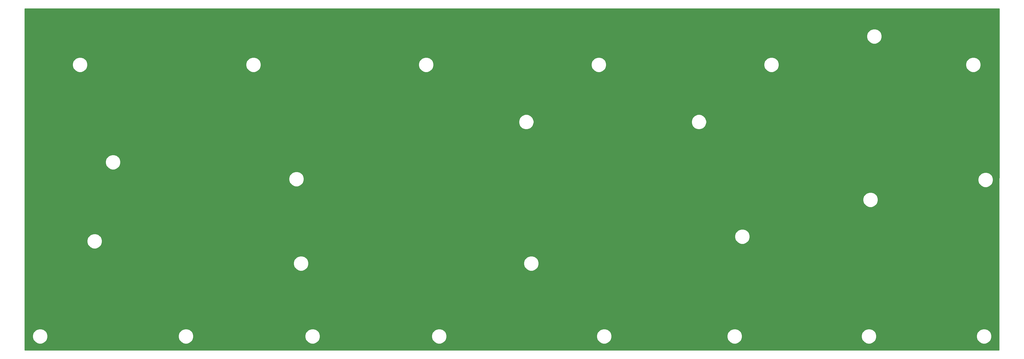
<source format=gbr>
%TF.GenerationSoftware,KiCad,Pcbnew,5.1.6+dfsg1-1~bpo10+1*%
%TF.CreationDate,2020-06-20T13:37:57-07:00*%
%TF.ProjectId,67keys-trackpoint_back_board,36376b65-7973-42d7-9472-61636b706f69,rev?*%
%TF.SameCoordinates,Original*%
%TF.FileFunction,Copper,L2,Bot*%
%TF.FilePolarity,Positive*%
%FSLAX46Y46*%
G04 Gerber Fmt 4.6, Leading zero omitted, Abs format (unit mm)*
G04 Created by KiCad (PCBNEW 5.1.6+dfsg1-1~bpo10+1) date 2020-06-20 13:37:57*
%MOMM*%
%LPD*%
G01*
G04 APERTURE LIST*
%TA.AperFunction,NonConductor*%
%ADD10C,0.254000*%
%TD*%
G04 APERTURE END LIST*
D10*
G36*
X355456724Y-164575000D02*
G01*
X33037000Y-164575000D01*
X33037000Y-159774067D01*
X35603000Y-159774067D01*
X35603000Y-160265933D01*
X35698958Y-160748348D01*
X35887187Y-161202773D01*
X36160453Y-161611745D01*
X36508255Y-161959547D01*
X36917227Y-162232813D01*
X37371652Y-162421042D01*
X37854067Y-162517000D01*
X38345933Y-162517000D01*
X38828348Y-162421042D01*
X39282773Y-162232813D01*
X39691745Y-161959547D01*
X40039547Y-161611745D01*
X40312813Y-161202773D01*
X40501042Y-160748348D01*
X40597000Y-160265933D01*
X40597000Y-159774067D01*
X83863000Y-159774067D01*
X83863000Y-160265933D01*
X83958958Y-160748348D01*
X84147187Y-161202773D01*
X84420453Y-161611745D01*
X84768255Y-161959547D01*
X85177227Y-162232813D01*
X85631652Y-162421042D01*
X86114067Y-162517000D01*
X86605933Y-162517000D01*
X87088348Y-162421042D01*
X87542773Y-162232813D01*
X87951745Y-161959547D01*
X88299547Y-161611745D01*
X88572813Y-161202773D01*
X88761042Y-160748348D01*
X88857000Y-160265933D01*
X88857000Y-159774067D01*
X125773000Y-159774067D01*
X125773000Y-160265933D01*
X125868958Y-160748348D01*
X126057187Y-161202773D01*
X126330453Y-161611745D01*
X126678255Y-161959547D01*
X127087227Y-162232813D01*
X127541652Y-162421042D01*
X128024067Y-162517000D01*
X128515933Y-162517000D01*
X128998348Y-162421042D01*
X129452773Y-162232813D01*
X129861745Y-161959547D01*
X130209547Y-161611745D01*
X130482813Y-161202773D01*
X130671042Y-160748348D01*
X130767000Y-160265933D01*
X130767000Y-159774067D01*
X167683000Y-159774067D01*
X167683000Y-160265933D01*
X167778958Y-160748348D01*
X167967187Y-161202773D01*
X168240453Y-161611745D01*
X168588255Y-161959547D01*
X168997227Y-162232813D01*
X169451652Y-162421042D01*
X169934067Y-162517000D01*
X170425933Y-162517000D01*
X170908348Y-162421042D01*
X171362773Y-162232813D01*
X171771745Y-161959547D01*
X172119547Y-161611745D01*
X172392813Y-161202773D01*
X172581042Y-160748348D01*
X172677000Y-160265933D01*
X172677000Y-159774067D01*
X222293000Y-159774067D01*
X222293000Y-160265933D01*
X222388958Y-160748348D01*
X222577187Y-161202773D01*
X222850453Y-161611745D01*
X223198255Y-161959547D01*
X223607227Y-162232813D01*
X224061652Y-162421042D01*
X224544067Y-162517000D01*
X225035933Y-162517000D01*
X225518348Y-162421042D01*
X225972773Y-162232813D01*
X226381745Y-161959547D01*
X226729547Y-161611745D01*
X227002813Y-161202773D01*
X227191042Y-160748348D01*
X227287000Y-160265933D01*
X227287000Y-159774067D01*
X265473000Y-159774067D01*
X265473000Y-160265933D01*
X265568958Y-160748348D01*
X265757187Y-161202773D01*
X266030453Y-161611745D01*
X266378255Y-161959547D01*
X266787227Y-162232813D01*
X267241652Y-162421042D01*
X267724067Y-162517000D01*
X268215933Y-162517000D01*
X268698348Y-162421042D01*
X269152773Y-162232813D01*
X269561745Y-161959547D01*
X269909547Y-161611745D01*
X270182813Y-161202773D01*
X270371042Y-160748348D01*
X270467000Y-160265933D01*
X270467000Y-159774067D01*
X309923000Y-159774067D01*
X309923000Y-160265933D01*
X310018958Y-160748348D01*
X310207187Y-161202773D01*
X310480453Y-161611745D01*
X310828255Y-161959547D01*
X311237227Y-162232813D01*
X311691652Y-162421042D01*
X312174067Y-162517000D01*
X312665933Y-162517000D01*
X313148348Y-162421042D01*
X313602773Y-162232813D01*
X314011745Y-161959547D01*
X314359547Y-161611745D01*
X314632813Y-161202773D01*
X314821042Y-160748348D01*
X314917000Y-160265933D01*
X314917000Y-159774067D01*
X348023000Y-159774067D01*
X348023000Y-160265933D01*
X348118958Y-160748348D01*
X348307187Y-161202773D01*
X348580453Y-161611745D01*
X348928255Y-161959547D01*
X349337227Y-162232813D01*
X349791652Y-162421042D01*
X350274067Y-162517000D01*
X350765933Y-162517000D01*
X351248348Y-162421042D01*
X351702773Y-162232813D01*
X352111745Y-161959547D01*
X352459547Y-161611745D01*
X352732813Y-161202773D01*
X352921042Y-160748348D01*
X353017000Y-160265933D01*
X353017000Y-159774067D01*
X352921042Y-159291652D01*
X352732813Y-158837227D01*
X352459547Y-158428255D01*
X352111745Y-158080453D01*
X351702773Y-157807187D01*
X351248348Y-157618958D01*
X350765933Y-157523000D01*
X350274067Y-157523000D01*
X349791652Y-157618958D01*
X349337227Y-157807187D01*
X348928255Y-158080453D01*
X348580453Y-158428255D01*
X348307187Y-158837227D01*
X348118958Y-159291652D01*
X348023000Y-159774067D01*
X314917000Y-159774067D01*
X314821042Y-159291652D01*
X314632813Y-158837227D01*
X314359547Y-158428255D01*
X314011745Y-158080453D01*
X313602773Y-157807187D01*
X313148348Y-157618958D01*
X312665933Y-157523000D01*
X312174067Y-157523000D01*
X311691652Y-157618958D01*
X311237227Y-157807187D01*
X310828255Y-158080453D01*
X310480453Y-158428255D01*
X310207187Y-158837227D01*
X310018958Y-159291652D01*
X309923000Y-159774067D01*
X270467000Y-159774067D01*
X270371042Y-159291652D01*
X270182813Y-158837227D01*
X269909547Y-158428255D01*
X269561745Y-158080453D01*
X269152773Y-157807187D01*
X268698348Y-157618958D01*
X268215933Y-157523000D01*
X267724067Y-157523000D01*
X267241652Y-157618958D01*
X266787227Y-157807187D01*
X266378255Y-158080453D01*
X266030453Y-158428255D01*
X265757187Y-158837227D01*
X265568958Y-159291652D01*
X265473000Y-159774067D01*
X227287000Y-159774067D01*
X227191042Y-159291652D01*
X227002813Y-158837227D01*
X226729547Y-158428255D01*
X226381745Y-158080453D01*
X225972773Y-157807187D01*
X225518348Y-157618958D01*
X225035933Y-157523000D01*
X224544067Y-157523000D01*
X224061652Y-157618958D01*
X223607227Y-157807187D01*
X223198255Y-158080453D01*
X222850453Y-158428255D01*
X222577187Y-158837227D01*
X222388958Y-159291652D01*
X222293000Y-159774067D01*
X172677000Y-159774067D01*
X172581042Y-159291652D01*
X172392813Y-158837227D01*
X172119547Y-158428255D01*
X171771745Y-158080453D01*
X171362773Y-157807187D01*
X170908348Y-157618958D01*
X170425933Y-157523000D01*
X169934067Y-157523000D01*
X169451652Y-157618958D01*
X168997227Y-157807187D01*
X168588255Y-158080453D01*
X168240453Y-158428255D01*
X167967187Y-158837227D01*
X167778958Y-159291652D01*
X167683000Y-159774067D01*
X130767000Y-159774067D01*
X130671042Y-159291652D01*
X130482813Y-158837227D01*
X130209547Y-158428255D01*
X129861745Y-158080453D01*
X129452773Y-157807187D01*
X128998348Y-157618958D01*
X128515933Y-157523000D01*
X128024067Y-157523000D01*
X127541652Y-157618958D01*
X127087227Y-157807187D01*
X126678255Y-158080453D01*
X126330453Y-158428255D01*
X126057187Y-158837227D01*
X125868958Y-159291652D01*
X125773000Y-159774067D01*
X88857000Y-159774067D01*
X88761042Y-159291652D01*
X88572813Y-158837227D01*
X88299547Y-158428255D01*
X87951745Y-158080453D01*
X87542773Y-157807187D01*
X87088348Y-157618958D01*
X86605933Y-157523000D01*
X86114067Y-157523000D01*
X85631652Y-157618958D01*
X85177227Y-157807187D01*
X84768255Y-158080453D01*
X84420453Y-158428255D01*
X84147187Y-158837227D01*
X83958958Y-159291652D01*
X83863000Y-159774067D01*
X40597000Y-159774067D01*
X40501042Y-159291652D01*
X40312813Y-158837227D01*
X40039547Y-158428255D01*
X39691745Y-158080453D01*
X39282773Y-157807187D01*
X38828348Y-157618958D01*
X38345933Y-157523000D01*
X37854067Y-157523000D01*
X37371652Y-157618958D01*
X36917227Y-157807187D01*
X36508255Y-158080453D01*
X36160453Y-158428255D01*
X35887187Y-158837227D01*
X35698958Y-159291652D01*
X35603000Y-159774067D01*
X33037000Y-159774067D01*
X33037000Y-135644067D01*
X121963000Y-135644067D01*
X121963000Y-136135933D01*
X122058958Y-136618348D01*
X122247187Y-137072773D01*
X122520453Y-137481745D01*
X122868255Y-137829547D01*
X123277227Y-138102813D01*
X123731652Y-138291042D01*
X124214067Y-138387000D01*
X124705933Y-138387000D01*
X125188348Y-138291042D01*
X125642773Y-138102813D01*
X126051745Y-137829547D01*
X126399547Y-137481745D01*
X126672813Y-137072773D01*
X126861042Y-136618348D01*
X126957000Y-136135933D01*
X126957000Y-135644067D01*
X198163000Y-135644067D01*
X198163000Y-136135933D01*
X198258958Y-136618348D01*
X198447187Y-137072773D01*
X198720453Y-137481745D01*
X199068255Y-137829547D01*
X199477227Y-138102813D01*
X199931652Y-138291042D01*
X200414067Y-138387000D01*
X200905933Y-138387000D01*
X201388348Y-138291042D01*
X201842773Y-138102813D01*
X202251745Y-137829547D01*
X202599547Y-137481745D01*
X202872813Y-137072773D01*
X203061042Y-136618348D01*
X203157000Y-136135933D01*
X203157000Y-135644067D01*
X203061042Y-135161652D01*
X202872813Y-134707227D01*
X202599547Y-134298255D01*
X202251745Y-133950453D01*
X201842773Y-133677187D01*
X201388348Y-133488958D01*
X200905933Y-133393000D01*
X200414067Y-133393000D01*
X199931652Y-133488958D01*
X199477227Y-133677187D01*
X199068255Y-133950453D01*
X198720453Y-134298255D01*
X198447187Y-134707227D01*
X198258958Y-135161652D01*
X198163000Y-135644067D01*
X126957000Y-135644067D01*
X126861042Y-135161652D01*
X126672813Y-134707227D01*
X126399547Y-134298255D01*
X126051745Y-133950453D01*
X125642773Y-133677187D01*
X125188348Y-133488958D01*
X124705933Y-133393000D01*
X124214067Y-133393000D01*
X123731652Y-133488958D01*
X123277227Y-133677187D01*
X122868255Y-133950453D01*
X122520453Y-134298255D01*
X122247187Y-134707227D01*
X122058958Y-135161652D01*
X121963000Y-135644067D01*
X33037000Y-135644067D01*
X33037000Y-128278067D01*
X53637000Y-128278067D01*
X53637000Y-128769933D01*
X53732958Y-129252348D01*
X53921187Y-129706773D01*
X54194453Y-130115745D01*
X54542255Y-130463547D01*
X54951227Y-130736813D01*
X55405652Y-130925042D01*
X55888067Y-131021000D01*
X56379933Y-131021000D01*
X56862348Y-130925042D01*
X57316773Y-130736813D01*
X57725745Y-130463547D01*
X58073547Y-130115745D01*
X58346813Y-129706773D01*
X58535042Y-129252348D01*
X58631000Y-128769933D01*
X58631000Y-128278067D01*
X58535042Y-127795652D01*
X58346813Y-127341227D01*
X58073547Y-126932255D01*
X57895359Y-126754067D01*
X268013000Y-126754067D01*
X268013000Y-127245933D01*
X268108958Y-127728348D01*
X268297187Y-128182773D01*
X268570453Y-128591745D01*
X268918255Y-128939547D01*
X269327227Y-129212813D01*
X269781652Y-129401042D01*
X270264067Y-129497000D01*
X270755933Y-129497000D01*
X271238348Y-129401042D01*
X271692773Y-129212813D01*
X272101745Y-128939547D01*
X272449547Y-128591745D01*
X272722813Y-128182773D01*
X272911042Y-127728348D01*
X273007000Y-127245933D01*
X273007000Y-126754067D01*
X272911042Y-126271652D01*
X272722813Y-125817227D01*
X272449547Y-125408255D01*
X272101745Y-125060453D01*
X271692773Y-124787187D01*
X271238348Y-124598958D01*
X270755933Y-124503000D01*
X270264067Y-124503000D01*
X269781652Y-124598958D01*
X269327227Y-124787187D01*
X268918255Y-125060453D01*
X268570453Y-125408255D01*
X268297187Y-125817227D01*
X268108958Y-126271652D01*
X268013000Y-126754067D01*
X57895359Y-126754067D01*
X57725745Y-126584453D01*
X57316773Y-126311187D01*
X56862348Y-126122958D01*
X56379933Y-126027000D01*
X55888067Y-126027000D01*
X55405652Y-126122958D01*
X54951227Y-126311187D01*
X54542255Y-126584453D01*
X54194453Y-126932255D01*
X53921187Y-127341227D01*
X53732958Y-127795652D01*
X53637000Y-128278067D01*
X33037000Y-128278067D01*
X33037000Y-114562067D01*
X310431000Y-114562067D01*
X310431000Y-115053933D01*
X310526958Y-115536348D01*
X310715187Y-115990773D01*
X310988453Y-116399745D01*
X311336255Y-116747547D01*
X311745227Y-117020813D01*
X312199652Y-117209042D01*
X312682067Y-117305000D01*
X313173933Y-117305000D01*
X313656348Y-117209042D01*
X314110773Y-117020813D01*
X314519745Y-116747547D01*
X314867547Y-116399745D01*
X315140813Y-115990773D01*
X315329042Y-115536348D01*
X315425000Y-115053933D01*
X315425000Y-114562067D01*
X315329042Y-114079652D01*
X315140813Y-113625227D01*
X314867547Y-113216255D01*
X314519745Y-112868453D01*
X314110773Y-112595187D01*
X313656348Y-112406958D01*
X313173933Y-112311000D01*
X312682067Y-112311000D01*
X312199652Y-112406958D01*
X311745227Y-112595187D01*
X311336255Y-112868453D01*
X310988453Y-113216255D01*
X310715187Y-113625227D01*
X310526958Y-114079652D01*
X310431000Y-114562067D01*
X33037000Y-114562067D01*
X33037000Y-107704067D01*
X120439000Y-107704067D01*
X120439000Y-108195933D01*
X120534958Y-108678348D01*
X120723187Y-109132773D01*
X120996453Y-109541745D01*
X121344255Y-109889547D01*
X121753227Y-110162813D01*
X122207652Y-110351042D01*
X122690067Y-110447000D01*
X123181933Y-110447000D01*
X123664348Y-110351042D01*
X124118773Y-110162813D01*
X124527745Y-109889547D01*
X124875547Y-109541745D01*
X125148813Y-109132773D01*
X125337042Y-108678348D01*
X125433000Y-108195933D01*
X125433000Y-107958067D01*
X348531000Y-107958067D01*
X348531000Y-108449933D01*
X348626958Y-108932348D01*
X348815187Y-109386773D01*
X349088453Y-109795745D01*
X349436255Y-110143547D01*
X349845227Y-110416813D01*
X350299652Y-110605042D01*
X350782067Y-110701000D01*
X351273933Y-110701000D01*
X351756348Y-110605042D01*
X352210773Y-110416813D01*
X352619745Y-110143547D01*
X352967547Y-109795745D01*
X353240813Y-109386773D01*
X353429042Y-108932348D01*
X353525000Y-108449933D01*
X353525000Y-107958067D01*
X353429042Y-107475652D01*
X353240813Y-107021227D01*
X352967547Y-106612255D01*
X352619745Y-106264453D01*
X352210773Y-105991187D01*
X351756348Y-105802958D01*
X351273933Y-105707000D01*
X350782067Y-105707000D01*
X350299652Y-105802958D01*
X349845227Y-105991187D01*
X349436255Y-106264453D01*
X349088453Y-106612255D01*
X348815187Y-107021227D01*
X348626958Y-107475652D01*
X348531000Y-107958067D01*
X125433000Y-107958067D01*
X125433000Y-107704067D01*
X125337042Y-107221652D01*
X125148813Y-106767227D01*
X124875547Y-106358255D01*
X124527745Y-106010453D01*
X124118773Y-105737187D01*
X123664348Y-105548958D01*
X123181933Y-105453000D01*
X122690067Y-105453000D01*
X122207652Y-105548958D01*
X121753227Y-105737187D01*
X121344255Y-106010453D01*
X120996453Y-106358255D01*
X120723187Y-106767227D01*
X120534958Y-107221652D01*
X120439000Y-107704067D01*
X33037000Y-107704067D01*
X33037000Y-102116067D01*
X59733000Y-102116067D01*
X59733000Y-102607933D01*
X59828958Y-103090348D01*
X60017187Y-103544773D01*
X60290453Y-103953745D01*
X60638255Y-104301547D01*
X61047227Y-104574813D01*
X61501652Y-104763042D01*
X61984067Y-104859000D01*
X62475933Y-104859000D01*
X62958348Y-104763042D01*
X63412773Y-104574813D01*
X63821745Y-104301547D01*
X64169547Y-103953745D01*
X64442813Y-103544773D01*
X64631042Y-103090348D01*
X64727000Y-102607933D01*
X64727000Y-102116067D01*
X64631042Y-101633652D01*
X64442813Y-101179227D01*
X64169547Y-100770255D01*
X63821745Y-100422453D01*
X63412773Y-100149187D01*
X62958348Y-99960958D01*
X62475933Y-99865000D01*
X61984067Y-99865000D01*
X61501652Y-99960958D01*
X61047227Y-100149187D01*
X60638255Y-100422453D01*
X60290453Y-100770255D01*
X60017187Y-101179227D01*
X59828958Y-101633652D01*
X59733000Y-102116067D01*
X33037000Y-102116067D01*
X33037000Y-88781067D01*
X196512000Y-88781067D01*
X196512000Y-89272933D01*
X196607958Y-89755348D01*
X196796187Y-90209773D01*
X197069453Y-90618745D01*
X197417255Y-90966547D01*
X197826227Y-91239813D01*
X198280652Y-91428042D01*
X198763067Y-91524000D01*
X199254933Y-91524000D01*
X199737348Y-91428042D01*
X200191773Y-91239813D01*
X200600745Y-90966547D01*
X200948547Y-90618745D01*
X201221813Y-90209773D01*
X201410042Y-89755348D01*
X201506000Y-89272933D01*
X201506000Y-88781067D01*
X253662000Y-88781067D01*
X253662000Y-89272933D01*
X253757958Y-89755348D01*
X253946187Y-90209773D01*
X254219453Y-90618745D01*
X254567255Y-90966547D01*
X254976227Y-91239813D01*
X255430652Y-91428042D01*
X255913067Y-91524000D01*
X256404933Y-91524000D01*
X256887348Y-91428042D01*
X257341773Y-91239813D01*
X257750745Y-90966547D01*
X258098547Y-90618745D01*
X258371813Y-90209773D01*
X258560042Y-89755348D01*
X258656000Y-89272933D01*
X258656000Y-88781067D01*
X258560042Y-88298652D01*
X258371813Y-87844227D01*
X258098547Y-87435255D01*
X257750745Y-87087453D01*
X257341773Y-86814187D01*
X256887348Y-86625958D01*
X256404933Y-86530000D01*
X255913067Y-86530000D01*
X255430652Y-86625958D01*
X254976227Y-86814187D01*
X254567255Y-87087453D01*
X254219453Y-87435255D01*
X253946187Y-87844227D01*
X253757958Y-88298652D01*
X253662000Y-88781067D01*
X201506000Y-88781067D01*
X201410042Y-88298652D01*
X201221813Y-87844227D01*
X200948547Y-87435255D01*
X200600745Y-87087453D01*
X200191773Y-86814187D01*
X199737348Y-86625958D01*
X199254933Y-86530000D01*
X198763067Y-86530000D01*
X198280652Y-86625958D01*
X197826227Y-86814187D01*
X197417255Y-87087453D01*
X197069453Y-87435255D01*
X196796187Y-87844227D01*
X196607958Y-88298652D01*
X196512000Y-88781067D01*
X33037000Y-88781067D01*
X33037000Y-69858067D01*
X48811000Y-69858067D01*
X48811000Y-70349933D01*
X48906958Y-70832348D01*
X49095187Y-71286773D01*
X49368453Y-71695745D01*
X49716255Y-72043547D01*
X50125227Y-72316813D01*
X50579652Y-72505042D01*
X51062067Y-72601000D01*
X51553933Y-72601000D01*
X52036348Y-72505042D01*
X52490773Y-72316813D01*
X52899745Y-72043547D01*
X53247547Y-71695745D01*
X53520813Y-71286773D01*
X53709042Y-70832348D01*
X53805000Y-70349933D01*
X53805000Y-69858067D01*
X106215000Y-69858067D01*
X106215000Y-70349933D01*
X106310958Y-70832348D01*
X106499187Y-71286773D01*
X106772453Y-71695745D01*
X107120255Y-72043547D01*
X107529227Y-72316813D01*
X107983652Y-72505042D01*
X108466067Y-72601000D01*
X108957933Y-72601000D01*
X109440348Y-72505042D01*
X109894773Y-72316813D01*
X110303745Y-72043547D01*
X110651547Y-71695745D01*
X110924813Y-71286773D01*
X111113042Y-70832348D01*
X111209000Y-70349933D01*
X111209000Y-69858067D01*
X163365000Y-69858067D01*
X163365000Y-70349933D01*
X163460958Y-70832348D01*
X163649187Y-71286773D01*
X163922453Y-71695745D01*
X164270255Y-72043547D01*
X164679227Y-72316813D01*
X165133652Y-72505042D01*
X165616067Y-72601000D01*
X166107933Y-72601000D01*
X166590348Y-72505042D01*
X167044773Y-72316813D01*
X167453745Y-72043547D01*
X167801547Y-71695745D01*
X168074813Y-71286773D01*
X168263042Y-70832348D01*
X168359000Y-70349933D01*
X168359000Y-69858067D01*
X220515000Y-69858067D01*
X220515000Y-70349933D01*
X220610958Y-70832348D01*
X220799187Y-71286773D01*
X221072453Y-71695745D01*
X221420255Y-72043547D01*
X221829227Y-72316813D01*
X222283652Y-72505042D01*
X222766067Y-72601000D01*
X223257933Y-72601000D01*
X223740348Y-72505042D01*
X224194773Y-72316813D01*
X224603745Y-72043547D01*
X224951547Y-71695745D01*
X225224813Y-71286773D01*
X225413042Y-70832348D01*
X225509000Y-70349933D01*
X225509000Y-69858067D01*
X277665000Y-69858067D01*
X277665000Y-70349933D01*
X277760958Y-70832348D01*
X277949187Y-71286773D01*
X278222453Y-71695745D01*
X278570255Y-72043547D01*
X278979227Y-72316813D01*
X279433652Y-72505042D01*
X279916067Y-72601000D01*
X280407933Y-72601000D01*
X280890348Y-72505042D01*
X281344773Y-72316813D01*
X281753745Y-72043547D01*
X282101547Y-71695745D01*
X282374813Y-71286773D01*
X282563042Y-70832348D01*
X282659000Y-70349933D01*
X282659000Y-69858067D01*
X344467000Y-69858067D01*
X344467000Y-70349933D01*
X344562958Y-70832348D01*
X344751187Y-71286773D01*
X345024453Y-71695745D01*
X345372255Y-72043547D01*
X345781227Y-72316813D01*
X346235652Y-72505042D01*
X346718067Y-72601000D01*
X347209933Y-72601000D01*
X347692348Y-72505042D01*
X348146773Y-72316813D01*
X348555745Y-72043547D01*
X348903547Y-71695745D01*
X349176813Y-71286773D01*
X349365042Y-70832348D01*
X349461000Y-70349933D01*
X349461000Y-69858067D01*
X349365042Y-69375652D01*
X349176813Y-68921227D01*
X348903547Y-68512255D01*
X348555745Y-68164453D01*
X348146773Y-67891187D01*
X347692348Y-67702958D01*
X347209933Y-67607000D01*
X346718067Y-67607000D01*
X346235652Y-67702958D01*
X345781227Y-67891187D01*
X345372255Y-68164453D01*
X345024453Y-68512255D01*
X344751187Y-68921227D01*
X344562958Y-69375652D01*
X344467000Y-69858067D01*
X282659000Y-69858067D01*
X282563042Y-69375652D01*
X282374813Y-68921227D01*
X282101547Y-68512255D01*
X281753745Y-68164453D01*
X281344773Y-67891187D01*
X280890348Y-67702958D01*
X280407933Y-67607000D01*
X279916067Y-67607000D01*
X279433652Y-67702958D01*
X278979227Y-67891187D01*
X278570255Y-68164453D01*
X278222453Y-68512255D01*
X277949187Y-68921227D01*
X277760958Y-69375652D01*
X277665000Y-69858067D01*
X225509000Y-69858067D01*
X225413042Y-69375652D01*
X225224813Y-68921227D01*
X224951547Y-68512255D01*
X224603745Y-68164453D01*
X224194773Y-67891187D01*
X223740348Y-67702958D01*
X223257933Y-67607000D01*
X222766067Y-67607000D01*
X222283652Y-67702958D01*
X221829227Y-67891187D01*
X221420255Y-68164453D01*
X221072453Y-68512255D01*
X220799187Y-68921227D01*
X220610958Y-69375652D01*
X220515000Y-69858067D01*
X168359000Y-69858067D01*
X168263042Y-69375652D01*
X168074813Y-68921227D01*
X167801547Y-68512255D01*
X167453745Y-68164453D01*
X167044773Y-67891187D01*
X166590348Y-67702958D01*
X166107933Y-67607000D01*
X165616067Y-67607000D01*
X165133652Y-67702958D01*
X164679227Y-67891187D01*
X164270255Y-68164453D01*
X163922453Y-68512255D01*
X163649187Y-68921227D01*
X163460958Y-69375652D01*
X163365000Y-69858067D01*
X111209000Y-69858067D01*
X111113042Y-69375652D01*
X110924813Y-68921227D01*
X110651547Y-68512255D01*
X110303745Y-68164453D01*
X109894773Y-67891187D01*
X109440348Y-67702958D01*
X108957933Y-67607000D01*
X108466067Y-67607000D01*
X107983652Y-67702958D01*
X107529227Y-67891187D01*
X107120255Y-68164453D01*
X106772453Y-68512255D01*
X106499187Y-68921227D01*
X106310958Y-69375652D01*
X106215000Y-69858067D01*
X53805000Y-69858067D01*
X53709042Y-69375652D01*
X53520813Y-68921227D01*
X53247547Y-68512255D01*
X52899745Y-68164453D01*
X52490773Y-67891187D01*
X52036348Y-67702958D01*
X51553933Y-67607000D01*
X51062067Y-67607000D01*
X50579652Y-67702958D01*
X50125227Y-67891187D01*
X49716255Y-68164453D01*
X49368453Y-68512255D01*
X49095187Y-68921227D01*
X48906958Y-69375652D01*
X48811000Y-69858067D01*
X33037000Y-69858067D01*
X33037000Y-60460067D01*
X311701000Y-60460067D01*
X311701000Y-60951933D01*
X311796958Y-61434348D01*
X311985187Y-61888773D01*
X312258453Y-62297745D01*
X312606255Y-62645547D01*
X313015227Y-62918813D01*
X313469652Y-63107042D01*
X313952067Y-63203000D01*
X314443933Y-63203000D01*
X314926348Y-63107042D01*
X315380773Y-62918813D01*
X315789745Y-62645547D01*
X316137547Y-62297745D01*
X316410813Y-61888773D01*
X316599042Y-61434348D01*
X316695000Y-60951933D01*
X316695000Y-60460067D01*
X316599042Y-59977652D01*
X316410813Y-59523227D01*
X316137547Y-59114255D01*
X315789745Y-58766453D01*
X315380773Y-58493187D01*
X314926348Y-58304958D01*
X314443933Y-58209000D01*
X313952067Y-58209000D01*
X313469652Y-58304958D01*
X313015227Y-58493187D01*
X312606255Y-58766453D01*
X312258453Y-59114255D01*
X311985187Y-59523227D01*
X311796958Y-59977652D01*
X311701000Y-60460067D01*
X33037000Y-60460067D01*
X33037000Y-51579000D01*
X355582275Y-51579000D01*
X355456724Y-164575000D01*
G37*
X355456724Y-164575000D02*
X33037000Y-164575000D01*
X33037000Y-159774067D01*
X35603000Y-159774067D01*
X35603000Y-160265933D01*
X35698958Y-160748348D01*
X35887187Y-161202773D01*
X36160453Y-161611745D01*
X36508255Y-161959547D01*
X36917227Y-162232813D01*
X37371652Y-162421042D01*
X37854067Y-162517000D01*
X38345933Y-162517000D01*
X38828348Y-162421042D01*
X39282773Y-162232813D01*
X39691745Y-161959547D01*
X40039547Y-161611745D01*
X40312813Y-161202773D01*
X40501042Y-160748348D01*
X40597000Y-160265933D01*
X40597000Y-159774067D01*
X83863000Y-159774067D01*
X83863000Y-160265933D01*
X83958958Y-160748348D01*
X84147187Y-161202773D01*
X84420453Y-161611745D01*
X84768255Y-161959547D01*
X85177227Y-162232813D01*
X85631652Y-162421042D01*
X86114067Y-162517000D01*
X86605933Y-162517000D01*
X87088348Y-162421042D01*
X87542773Y-162232813D01*
X87951745Y-161959547D01*
X88299547Y-161611745D01*
X88572813Y-161202773D01*
X88761042Y-160748348D01*
X88857000Y-160265933D01*
X88857000Y-159774067D01*
X125773000Y-159774067D01*
X125773000Y-160265933D01*
X125868958Y-160748348D01*
X126057187Y-161202773D01*
X126330453Y-161611745D01*
X126678255Y-161959547D01*
X127087227Y-162232813D01*
X127541652Y-162421042D01*
X128024067Y-162517000D01*
X128515933Y-162517000D01*
X128998348Y-162421042D01*
X129452773Y-162232813D01*
X129861745Y-161959547D01*
X130209547Y-161611745D01*
X130482813Y-161202773D01*
X130671042Y-160748348D01*
X130767000Y-160265933D01*
X130767000Y-159774067D01*
X167683000Y-159774067D01*
X167683000Y-160265933D01*
X167778958Y-160748348D01*
X167967187Y-161202773D01*
X168240453Y-161611745D01*
X168588255Y-161959547D01*
X168997227Y-162232813D01*
X169451652Y-162421042D01*
X169934067Y-162517000D01*
X170425933Y-162517000D01*
X170908348Y-162421042D01*
X171362773Y-162232813D01*
X171771745Y-161959547D01*
X172119547Y-161611745D01*
X172392813Y-161202773D01*
X172581042Y-160748348D01*
X172677000Y-160265933D01*
X172677000Y-159774067D01*
X222293000Y-159774067D01*
X222293000Y-160265933D01*
X222388958Y-160748348D01*
X222577187Y-161202773D01*
X222850453Y-161611745D01*
X223198255Y-161959547D01*
X223607227Y-162232813D01*
X224061652Y-162421042D01*
X224544067Y-162517000D01*
X225035933Y-162517000D01*
X225518348Y-162421042D01*
X225972773Y-162232813D01*
X226381745Y-161959547D01*
X226729547Y-161611745D01*
X227002813Y-161202773D01*
X227191042Y-160748348D01*
X227287000Y-160265933D01*
X227287000Y-159774067D01*
X265473000Y-159774067D01*
X265473000Y-160265933D01*
X265568958Y-160748348D01*
X265757187Y-161202773D01*
X266030453Y-161611745D01*
X266378255Y-161959547D01*
X266787227Y-162232813D01*
X267241652Y-162421042D01*
X267724067Y-162517000D01*
X268215933Y-162517000D01*
X268698348Y-162421042D01*
X269152773Y-162232813D01*
X269561745Y-161959547D01*
X269909547Y-161611745D01*
X270182813Y-161202773D01*
X270371042Y-160748348D01*
X270467000Y-160265933D01*
X270467000Y-159774067D01*
X309923000Y-159774067D01*
X309923000Y-160265933D01*
X310018958Y-160748348D01*
X310207187Y-161202773D01*
X310480453Y-161611745D01*
X310828255Y-161959547D01*
X311237227Y-162232813D01*
X311691652Y-162421042D01*
X312174067Y-162517000D01*
X312665933Y-162517000D01*
X313148348Y-162421042D01*
X313602773Y-162232813D01*
X314011745Y-161959547D01*
X314359547Y-161611745D01*
X314632813Y-161202773D01*
X314821042Y-160748348D01*
X314917000Y-160265933D01*
X314917000Y-159774067D01*
X348023000Y-159774067D01*
X348023000Y-160265933D01*
X348118958Y-160748348D01*
X348307187Y-161202773D01*
X348580453Y-161611745D01*
X348928255Y-161959547D01*
X349337227Y-162232813D01*
X349791652Y-162421042D01*
X350274067Y-162517000D01*
X350765933Y-162517000D01*
X351248348Y-162421042D01*
X351702773Y-162232813D01*
X352111745Y-161959547D01*
X352459547Y-161611745D01*
X352732813Y-161202773D01*
X352921042Y-160748348D01*
X353017000Y-160265933D01*
X353017000Y-159774067D01*
X352921042Y-159291652D01*
X352732813Y-158837227D01*
X352459547Y-158428255D01*
X352111745Y-158080453D01*
X351702773Y-157807187D01*
X351248348Y-157618958D01*
X350765933Y-157523000D01*
X350274067Y-157523000D01*
X349791652Y-157618958D01*
X349337227Y-157807187D01*
X348928255Y-158080453D01*
X348580453Y-158428255D01*
X348307187Y-158837227D01*
X348118958Y-159291652D01*
X348023000Y-159774067D01*
X314917000Y-159774067D01*
X314821042Y-159291652D01*
X314632813Y-158837227D01*
X314359547Y-158428255D01*
X314011745Y-158080453D01*
X313602773Y-157807187D01*
X313148348Y-157618958D01*
X312665933Y-157523000D01*
X312174067Y-157523000D01*
X311691652Y-157618958D01*
X311237227Y-157807187D01*
X310828255Y-158080453D01*
X310480453Y-158428255D01*
X310207187Y-158837227D01*
X310018958Y-159291652D01*
X309923000Y-159774067D01*
X270467000Y-159774067D01*
X270371042Y-159291652D01*
X270182813Y-158837227D01*
X269909547Y-158428255D01*
X269561745Y-158080453D01*
X269152773Y-157807187D01*
X268698348Y-157618958D01*
X268215933Y-157523000D01*
X267724067Y-157523000D01*
X267241652Y-157618958D01*
X266787227Y-157807187D01*
X266378255Y-158080453D01*
X266030453Y-158428255D01*
X265757187Y-158837227D01*
X265568958Y-159291652D01*
X265473000Y-159774067D01*
X227287000Y-159774067D01*
X227191042Y-159291652D01*
X227002813Y-158837227D01*
X226729547Y-158428255D01*
X226381745Y-158080453D01*
X225972773Y-157807187D01*
X225518348Y-157618958D01*
X225035933Y-157523000D01*
X224544067Y-157523000D01*
X224061652Y-157618958D01*
X223607227Y-157807187D01*
X223198255Y-158080453D01*
X222850453Y-158428255D01*
X222577187Y-158837227D01*
X222388958Y-159291652D01*
X222293000Y-159774067D01*
X172677000Y-159774067D01*
X172581042Y-159291652D01*
X172392813Y-158837227D01*
X172119547Y-158428255D01*
X171771745Y-158080453D01*
X171362773Y-157807187D01*
X170908348Y-157618958D01*
X170425933Y-157523000D01*
X169934067Y-157523000D01*
X169451652Y-157618958D01*
X168997227Y-157807187D01*
X168588255Y-158080453D01*
X168240453Y-158428255D01*
X167967187Y-158837227D01*
X167778958Y-159291652D01*
X167683000Y-159774067D01*
X130767000Y-159774067D01*
X130671042Y-159291652D01*
X130482813Y-158837227D01*
X130209547Y-158428255D01*
X129861745Y-158080453D01*
X129452773Y-157807187D01*
X128998348Y-157618958D01*
X128515933Y-157523000D01*
X128024067Y-157523000D01*
X127541652Y-157618958D01*
X127087227Y-157807187D01*
X126678255Y-158080453D01*
X126330453Y-158428255D01*
X126057187Y-158837227D01*
X125868958Y-159291652D01*
X125773000Y-159774067D01*
X88857000Y-159774067D01*
X88761042Y-159291652D01*
X88572813Y-158837227D01*
X88299547Y-158428255D01*
X87951745Y-158080453D01*
X87542773Y-157807187D01*
X87088348Y-157618958D01*
X86605933Y-157523000D01*
X86114067Y-157523000D01*
X85631652Y-157618958D01*
X85177227Y-157807187D01*
X84768255Y-158080453D01*
X84420453Y-158428255D01*
X84147187Y-158837227D01*
X83958958Y-159291652D01*
X83863000Y-159774067D01*
X40597000Y-159774067D01*
X40501042Y-159291652D01*
X40312813Y-158837227D01*
X40039547Y-158428255D01*
X39691745Y-158080453D01*
X39282773Y-157807187D01*
X38828348Y-157618958D01*
X38345933Y-157523000D01*
X37854067Y-157523000D01*
X37371652Y-157618958D01*
X36917227Y-157807187D01*
X36508255Y-158080453D01*
X36160453Y-158428255D01*
X35887187Y-158837227D01*
X35698958Y-159291652D01*
X35603000Y-159774067D01*
X33037000Y-159774067D01*
X33037000Y-135644067D01*
X121963000Y-135644067D01*
X121963000Y-136135933D01*
X122058958Y-136618348D01*
X122247187Y-137072773D01*
X122520453Y-137481745D01*
X122868255Y-137829547D01*
X123277227Y-138102813D01*
X123731652Y-138291042D01*
X124214067Y-138387000D01*
X124705933Y-138387000D01*
X125188348Y-138291042D01*
X125642773Y-138102813D01*
X126051745Y-137829547D01*
X126399547Y-137481745D01*
X126672813Y-137072773D01*
X126861042Y-136618348D01*
X126957000Y-136135933D01*
X126957000Y-135644067D01*
X198163000Y-135644067D01*
X198163000Y-136135933D01*
X198258958Y-136618348D01*
X198447187Y-137072773D01*
X198720453Y-137481745D01*
X199068255Y-137829547D01*
X199477227Y-138102813D01*
X199931652Y-138291042D01*
X200414067Y-138387000D01*
X200905933Y-138387000D01*
X201388348Y-138291042D01*
X201842773Y-138102813D01*
X202251745Y-137829547D01*
X202599547Y-137481745D01*
X202872813Y-137072773D01*
X203061042Y-136618348D01*
X203157000Y-136135933D01*
X203157000Y-135644067D01*
X203061042Y-135161652D01*
X202872813Y-134707227D01*
X202599547Y-134298255D01*
X202251745Y-133950453D01*
X201842773Y-133677187D01*
X201388348Y-133488958D01*
X200905933Y-133393000D01*
X200414067Y-133393000D01*
X199931652Y-133488958D01*
X199477227Y-133677187D01*
X199068255Y-133950453D01*
X198720453Y-134298255D01*
X198447187Y-134707227D01*
X198258958Y-135161652D01*
X198163000Y-135644067D01*
X126957000Y-135644067D01*
X126861042Y-135161652D01*
X126672813Y-134707227D01*
X126399547Y-134298255D01*
X126051745Y-133950453D01*
X125642773Y-133677187D01*
X125188348Y-133488958D01*
X124705933Y-133393000D01*
X124214067Y-133393000D01*
X123731652Y-133488958D01*
X123277227Y-133677187D01*
X122868255Y-133950453D01*
X122520453Y-134298255D01*
X122247187Y-134707227D01*
X122058958Y-135161652D01*
X121963000Y-135644067D01*
X33037000Y-135644067D01*
X33037000Y-128278067D01*
X53637000Y-128278067D01*
X53637000Y-128769933D01*
X53732958Y-129252348D01*
X53921187Y-129706773D01*
X54194453Y-130115745D01*
X54542255Y-130463547D01*
X54951227Y-130736813D01*
X55405652Y-130925042D01*
X55888067Y-131021000D01*
X56379933Y-131021000D01*
X56862348Y-130925042D01*
X57316773Y-130736813D01*
X57725745Y-130463547D01*
X58073547Y-130115745D01*
X58346813Y-129706773D01*
X58535042Y-129252348D01*
X58631000Y-128769933D01*
X58631000Y-128278067D01*
X58535042Y-127795652D01*
X58346813Y-127341227D01*
X58073547Y-126932255D01*
X57895359Y-126754067D01*
X268013000Y-126754067D01*
X268013000Y-127245933D01*
X268108958Y-127728348D01*
X268297187Y-128182773D01*
X268570453Y-128591745D01*
X268918255Y-128939547D01*
X269327227Y-129212813D01*
X269781652Y-129401042D01*
X270264067Y-129497000D01*
X270755933Y-129497000D01*
X271238348Y-129401042D01*
X271692773Y-129212813D01*
X272101745Y-128939547D01*
X272449547Y-128591745D01*
X272722813Y-128182773D01*
X272911042Y-127728348D01*
X273007000Y-127245933D01*
X273007000Y-126754067D01*
X272911042Y-126271652D01*
X272722813Y-125817227D01*
X272449547Y-125408255D01*
X272101745Y-125060453D01*
X271692773Y-124787187D01*
X271238348Y-124598958D01*
X270755933Y-124503000D01*
X270264067Y-124503000D01*
X269781652Y-124598958D01*
X269327227Y-124787187D01*
X268918255Y-125060453D01*
X268570453Y-125408255D01*
X268297187Y-125817227D01*
X268108958Y-126271652D01*
X268013000Y-126754067D01*
X57895359Y-126754067D01*
X57725745Y-126584453D01*
X57316773Y-126311187D01*
X56862348Y-126122958D01*
X56379933Y-126027000D01*
X55888067Y-126027000D01*
X55405652Y-126122958D01*
X54951227Y-126311187D01*
X54542255Y-126584453D01*
X54194453Y-126932255D01*
X53921187Y-127341227D01*
X53732958Y-127795652D01*
X53637000Y-128278067D01*
X33037000Y-128278067D01*
X33037000Y-114562067D01*
X310431000Y-114562067D01*
X310431000Y-115053933D01*
X310526958Y-115536348D01*
X310715187Y-115990773D01*
X310988453Y-116399745D01*
X311336255Y-116747547D01*
X311745227Y-117020813D01*
X312199652Y-117209042D01*
X312682067Y-117305000D01*
X313173933Y-117305000D01*
X313656348Y-117209042D01*
X314110773Y-117020813D01*
X314519745Y-116747547D01*
X314867547Y-116399745D01*
X315140813Y-115990773D01*
X315329042Y-115536348D01*
X315425000Y-115053933D01*
X315425000Y-114562067D01*
X315329042Y-114079652D01*
X315140813Y-113625227D01*
X314867547Y-113216255D01*
X314519745Y-112868453D01*
X314110773Y-112595187D01*
X313656348Y-112406958D01*
X313173933Y-112311000D01*
X312682067Y-112311000D01*
X312199652Y-112406958D01*
X311745227Y-112595187D01*
X311336255Y-112868453D01*
X310988453Y-113216255D01*
X310715187Y-113625227D01*
X310526958Y-114079652D01*
X310431000Y-114562067D01*
X33037000Y-114562067D01*
X33037000Y-107704067D01*
X120439000Y-107704067D01*
X120439000Y-108195933D01*
X120534958Y-108678348D01*
X120723187Y-109132773D01*
X120996453Y-109541745D01*
X121344255Y-109889547D01*
X121753227Y-110162813D01*
X122207652Y-110351042D01*
X122690067Y-110447000D01*
X123181933Y-110447000D01*
X123664348Y-110351042D01*
X124118773Y-110162813D01*
X124527745Y-109889547D01*
X124875547Y-109541745D01*
X125148813Y-109132773D01*
X125337042Y-108678348D01*
X125433000Y-108195933D01*
X125433000Y-107958067D01*
X348531000Y-107958067D01*
X348531000Y-108449933D01*
X348626958Y-108932348D01*
X348815187Y-109386773D01*
X349088453Y-109795745D01*
X349436255Y-110143547D01*
X349845227Y-110416813D01*
X350299652Y-110605042D01*
X350782067Y-110701000D01*
X351273933Y-110701000D01*
X351756348Y-110605042D01*
X352210773Y-110416813D01*
X352619745Y-110143547D01*
X352967547Y-109795745D01*
X353240813Y-109386773D01*
X353429042Y-108932348D01*
X353525000Y-108449933D01*
X353525000Y-107958067D01*
X353429042Y-107475652D01*
X353240813Y-107021227D01*
X352967547Y-106612255D01*
X352619745Y-106264453D01*
X352210773Y-105991187D01*
X351756348Y-105802958D01*
X351273933Y-105707000D01*
X350782067Y-105707000D01*
X350299652Y-105802958D01*
X349845227Y-105991187D01*
X349436255Y-106264453D01*
X349088453Y-106612255D01*
X348815187Y-107021227D01*
X348626958Y-107475652D01*
X348531000Y-107958067D01*
X125433000Y-107958067D01*
X125433000Y-107704067D01*
X125337042Y-107221652D01*
X125148813Y-106767227D01*
X124875547Y-106358255D01*
X124527745Y-106010453D01*
X124118773Y-105737187D01*
X123664348Y-105548958D01*
X123181933Y-105453000D01*
X122690067Y-105453000D01*
X122207652Y-105548958D01*
X121753227Y-105737187D01*
X121344255Y-106010453D01*
X120996453Y-106358255D01*
X120723187Y-106767227D01*
X120534958Y-107221652D01*
X120439000Y-107704067D01*
X33037000Y-107704067D01*
X33037000Y-102116067D01*
X59733000Y-102116067D01*
X59733000Y-102607933D01*
X59828958Y-103090348D01*
X60017187Y-103544773D01*
X60290453Y-103953745D01*
X60638255Y-104301547D01*
X61047227Y-104574813D01*
X61501652Y-104763042D01*
X61984067Y-104859000D01*
X62475933Y-104859000D01*
X62958348Y-104763042D01*
X63412773Y-104574813D01*
X63821745Y-104301547D01*
X64169547Y-103953745D01*
X64442813Y-103544773D01*
X64631042Y-103090348D01*
X64727000Y-102607933D01*
X64727000Y-102116067D01*
X64631042Y-101633652D01*
X64442813Y-101179227D01*
X64169547Y-100770255D01*
X63821745Y-100422453D01*
X63412773Y-100149187D01*
X62958348Y-99960958D01*
X62475933Y-99865000D01*
X61984067Y-99865000D01*
X61501652Y-99960958D01*
X61047227Y-100149187D01*
X60638255Y-100422453D01*
X60290453Y-100770255D01*
X60017187Y-101179227D01*
X59828958Y-101633652D01*
X59733000Y-102116067D01*
X33037000Y-102116067D01*
X33037000Y-88781067D01*
X196512000Y-88781067D01*
X196512000Y-89272933D01*
X196607958Y-89755348D01*
X196796187Y-90209773D01*
X197069453Y-90618745D01*
X197417255Y-90966547D01*
X197826227Y-91239813D01*
X198280652Y-91428042D01*
X198763067Y-91524000D01*
X199254933Y-91524000D01*
X199737348Y-91428042D01*
X200191773Y-91239813D01*
X200600745Y-90966547D01*
X200948547Y-90618745D01*
X201221813Y-90209773D01*
X201410042Y-89755348D01*
X201506000Y-89272933D01*
X201506000Y-88781067D01*
X253662000Y-88781067D01*
X253662000Y-89272933D01*
X253757958Y-89755348D01*
X253946187Y-90209773D01*
X254219453Y-90618745D01*
X254567255Y-90966547D01*
X254976227Y-91239813D01*
X255430652Y-91428042D01*
X255913067Y-91524000D01*
X256404933Y-91524000D01*
X256887348Y-91428042D01*
X257341773Y-91239813D01*
X257750745Y-90966547D01*
X258098547Y-90618745D01*
X258371813Y-90209773D01*
X258560042Y-89755348D01*
X258656000Y-89272933D01*
X258656000Y-88781067D01*
X258560042Y-88298652D01*
X258371813Y-87844227D01*
X258098547Y-87435255D01*
X257750745Y-87087453D01*
X257341773Y-86814187D01*
X256887348Y-86625958D01*
X256404933Y-86530000D01*
X255913067Y-86530000D01*
X255430652Y-86625958D01*
X254976227Y-86814187D01*
X254567255Y-87087453D01*
X254219453Y-87435255D01*
X253946187Y-87844227D01*
X253757958Y-88298652D01*
X253662000Y-88781067D01*
X201506000Y-88781067D01*
X201410042Y-88298652D01*
X201221813Y-87844227D01*
X200948547Y-87435255D01*
X200600745Y-87087453D01*
X200191773Y-86814187D01*
X199737348Y-86625958D01*
X199254933Y-86530000D01*
X198763067Y-86530000D01*
X198280652Y-86625958D01*
X197826227Y-86814187D01*
X197417255Y-87087453D01*
X197069453Y-87435255D01*
X196796187Y-87844227D01*
X196607958Y-88298652D01*
X196512000Y-88781067D01*
X33037000Y-88781067D01*
X33037000Y-69858067D01*
X48811000Y-69858067D01*
X48811000Y-70349933D01*
X48906958Y-70832348D01*
X49095187Y-71286773D01*
X49368453Y-71695745D01*
X49716255Y-72043547D01*
X50125227Y-72316813D01*
X50579652Y-72505042D01*
X51062067Y-72601000D01*
X51553933Y-72601000D01*
X52036348Y-72505042D01*
X52490773Y-72316813D01*
X52899745Y-72043547D01*
X53247547Y-71695745D01*
X53520813Y-71286773D01*
X53709042Y-70832348D01*
X53805000Y-70349933D01*
X53805000Y-69858067D01*
X106215000Y-69858067D01*
X106215000Y-70349933D01*
X106310958Y-70832348D01*
X106499187Y-71286773D01*
X106772453Y-71695745D01*
X107120255Y-72043547D01*
X107529227Y-72316813D01*
X107983652Y-72505042D01*
X108466067Y-72601000D01*
X108957933Y-72601000D01*
X109440348Y-72505042D01*
X109894773Y-72316813D01*
X110303745Y-72043547D01*
X110651547Y-71695745D01*
X110924813Y-71286773D01*
X111113042Y-70832348D01*
X111209000Y-70349933D01*
X111209000Y-69858067D01*
X163365000Y-69858067D01*
X163365000Y-70349933D01*
X163460958Y-70832348D01*
X163649187Y-71286773D01*
X163922453Y-71695745D01*
X164270255Y-72043547D01*
X164679227Y-72316813D01*
X165133652Y-72505042D01*
X165616067Y-72601000D01*
X166107933Y-72601000D01*
X166590348Y-72505042D01*
X167044773Y-72316813D01*
X167453745Y-72043547D01*
X167801547Y-71695745D01*
X168074813Y-71286773D01*
X168263042Y-70832348D01*
X168359000Y-70349933D01*
X168359000Y-69858067D01*
X220515000Y-69858067D01*
X220515000Y-70349933D01*
X220610958Y-70832348D01*
X220799187Y-71286773D01*
X221072453Y-71695745D01*
X221420255Y-72043547D01*
X221829227Y-72316813D01*
X222283652Y-72505042D01*
X222766067Y-72601000D01*
X223257933Y-72601000D01*
X223740348Y-72505042D01*
X224194773Y-72316813D01*
X224603745Y-72043547D01*
X224951547Y-71695745D01*
X225224813Y-71286773D01*
X225413042Y-70832348D01*
X225509000Y-70349933D01*
X225509000Y-69858067D01*
X277665000Y-69858067D01*
X277665000Y-70349933D01*
X277760958Y-70832348D01*
X277949187Y-71286773D01*
X278222453Y-71695745D01*
X278570255Y-72043547D01*
X278979227Y-72316813D01*
X279433652Y-72505042D01*
X279916067Y-72601000D01*
X280407933Y-72601000D01*
X280890348Y-72505042D01*
X281344773Y-72316813D01*
X281753745Y-72043547D01*
X282101547Y-71695745D01*
X282374813Y-71286773D01*
X282563042Y-70832348D01*
X282659000Y-70349933D01*
X282659000Y-69858067D01*
X344467000Y-69858067D01*
X344467000Y-70349933D01*
X344562958Y-70832348D01*
X344751187Y-71286773D01*
X345024453Y-71695745D01*
X345372255Y-72043547D01*
X345781227Y-72316813D01*
X346235652Y-72505042D01*
X346718067Y-72601000D01*
X347209933Y-72601000D01*
X347692348Y-72505042D01*
X348146773Y-72316813D01*
X348555745Y-72043547D01*
X348903547Y-71695745D01*
X349176813Y-71286773D01*
X349365042Y-70832348D01*
X349461000Y-70349933D01*
X349461000Y-69858067D01*
X349365042Y-69375652D01*
X349176813Y-68921227D01*
X348903547Y-68512255D01*
X348555745Y-68164453D01*
X348146773Y-67891187D01*
X347692348Y-67702958D01*
X347209933Y-67607000D01*
X346718067Y-67607000D01*
X346235652Y-67702958D01*
X345781227Y-67891187D01*
X345372255Y-68164453D01*
X345024453Y-68512255D01*
X344751187Y-68921227D01*
X344562958Y-69375652D01*
X344467000Y-69858067D01*
X282659000Y-69858067D01*
X282563042Y-69375652D01*
X282374813Y-68921227D01*
X282101547Y-68512255D01*
X281753745Y-68164453D01*
X281344773Y-67891187D01*
X280890348Y-67702958D01*
X280407933Y-67607000D01*
X279916067Y-67607000D01*
X279433652Y-67702958D01*
X278979227Y-67891187D01*
X278570255Y-68164453D01*
X278222453Y-68512255D01*
X277949187Y-68921227D01*
X277760958Y-69375652D01*
X277665000Y-69858067D01*
X225509000Y-69858067D01*
X225413042Y-69375652D01*
X225224813Y-68921227D01*
X224951547Y-68512255D01*
X224603745Y-68164453D01*
X224194773Y-67891187D01*
X223740348Y-67702958D01*
X223257933Y-67607000D01*
X222766067Y-67607000D01*
X222283652Y-67702958D01*
X221829227Y-67891187D01*
X221420255Y-68164453D01*
X221072453Y-68512255D01*
X220799187Y-68921227D01*
X220610958Y-69375652D01*
X220515000Y-69858067D01*
X168359000Y-69858067D01*
X168263042Y-69375652D01*
X168074813Y-68921227D01*
X167801547Y-68512255D01*
X167453745Y-68164453D01*
X167044773Y-67891187D01*
X166590348Y-67702958D01*
X166107933Y-67607000D01*
X165616067Y-67607000D01*
X165133652Y-67702958D01*
X164679227Y-67891187D01*
X164270255Y-68164453D01*
X163922453Y-68512255D01*
X163649187Y-68921227D01*
X163460958Y-69375652D01*
X163365000Y-69858067D01*
X111209000Y-69858067D01*
X111113042Y-69375652D01*
X110924813Y-68921227D01*
X110651547Y-68512255D01*
X110303745Y-68164453D01*
X109894773Y-67891187D01*
X109440348Y-67702958D01*
X108957933Y-67607000D01*
X108466067Y-67607000D01*
X107983652Y-67702958D01*
X107529227Y-67891187D01*
X107120255Y-68164453D01*
X106772453Y-68512255D01*
X106499187Y-68921227D01*
X106310958Y-69375652D01*
X106215000Y-69858067D01*
X53805000Y-69858067D01*
X53709042Y-69375652D01*
X53520813Y-68921227D01*
X53247547Y-68512255D01*
X52899745Y-68164453D01*
X52490773Y-67891187D01*
X52036348Y-67702958D01*
X51553933Y-67607000D01*
X51062067Y-67607000D01*
X50579652Y-67702958D01*
X50125227Y-67891187D01*
X49716255Y-68164453D01*
X49368453Y-68512255D01*
X49095187Y-68921227D01*
X48906958Y-69375652D01*
X48811000Y-69858067D01*
X33037000Y-69858067D01*
X33037000Y-60460067D01*
X311701000Y-60460067D01*
X311701000Y-60951933D01*
X311796958Y-61434348D01*
X311985187Y-61888773D01*
X312258453Y-62297745D01*
X312606255Y-62645547D01*
X313015227Y-62918813D01*
X313469652Y-63107042D01*
X313952067Y-63203000D01*
X314443933Y-63203000D01*
X314926348Y-63107042D01*
X315380773Y-62918813D01*
X315789745Y-62645547D01*
X316137547Y-62297745D01*
X316410813Y-61888773D01*
X316599042Y-61434348D01*
X316695000Y-60951933D01*
X316695000Y-60460067D01*
X316599042Y-59977652D01*
X316410813Y-59523227D01*
X316137547Y-59114255D01*
X315789745Y-58766453D01*
X315380773Y-58493187D01*
X314926348Y-58304958D01*
X314443933Y-58209000D01*
X313952067Y-58209000D01*
X313469652Y-58304958D01*
X313015227Y-58493187D01*
X312606255Y-58766453D01*
X312258453Y-59114255D01*
X311985187Y-59523227D01*
X311796958Y-59977652D01*
X311701000Y-60460067D01*
X33037000Y-60460067D01*
X33037000Y-51579000D01*
X355582275Y-51579000D01*
X355456724Y-164575000D01*
M02*

</source>
